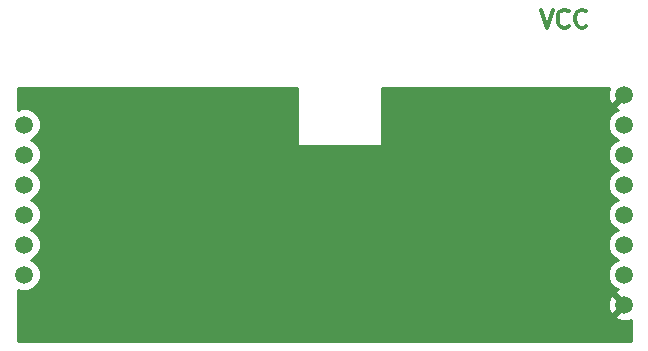
<source format=gbl>
G04 #@! TF.FileFunction,Copper,L2,Bot,Signal*
%FSLAX46Y46*%
G04 Gerber Fmt 4.6, Leading zero omitted, Abs format (unit mm)*
G04 Created by KiCad (PCBNEW 4.0.7) date 01/22/18 17:36:01*
%MOMM*%
%LPD*%
G01*
G04 APERTURE LIST*
%ADD10C,0.100000*%
%ADD11C,0.300000*%
%ADD12C,1.506220*%
%ADD13C,0.254000*%
G04 APERTURE END LIST*
D10*
D11*
X165640000Y-93158571D02*
X166140000Y-94658571D01*
X166640000Y-93158571D01*
X167997143Y-94515714D02*
X167925714Y-94587143D01*
X167711428Y-94658571D01*
X167568571Y-94658571D01*
X167354286Y-94587143D01*
X167211428Y-94444286D01*
X167140000Y-94301429D01*
X167068571Y-94015714D01*
X167068571Y-93801429D01*
X167140000Y-93515714D01*
X167211428Y-93372857D01*
X167354286Y-93230000D01*
X167568571Y-93158571D01*
X167711428Y-93158571D01*
X167925714Y-93230000D01*
X167997143Y-93301429D01*
X169497143Y-94515714D02*
X169425714Y-94587143D01*
X169211428Y-94658571D01*
X169068571Y-94658571D01*
X168854286Y-94587143D01*
X168711428Y-94444286D01*
X168640000Y-94301429D01*
X168568571Y-94015714D01*
X168568571Y-93801429D01*
X168640000Y-93515714D01*
X168711428Y-93372857D01*
X168854286Y-93230000D01*
X169068571Y-93158571D01*
X169211428Y-93158571D01*
X169425714Y-93230000D01*
X169497143Y-93301429D01*
D12*
X121920000Y-102870000D03*
X121920000Y-105410000D03*
X121920000Y-107950000D03*
X121920000Y-110490000D03*
X121920000Y-113030000D03*
X121920000Y-115570000D03*
X172720000Y-100330000D03*
X172720000Y-102870000D03*
X172720000Y-105410000D03*
X172720000Y-107950000D03*
X172720000Y-110490000D03*
X172720000Y-113030000D03*
X172720000Y-115570000D03*
X172720000Y-118110000D03*
D13*
G36*
X145008600Y-104546400D02*
X145017285Y-104592559D01*
X145044565Y-104634953D01*
X145086190Y-104663394D01*
X145135600Y-104673400D01*
X152044400Y-104673400D01*
X152090559Y-104664715D01*
X152132953Y-104637435D01*
X152161394Y-104595810D01*
X152171400Y-104546400D01*
X152171400Y-99770000D01*
X171445923Y-99770000D01*
X171319704Y-100124428D01*
X171347627Y-100675946D01*
X171504965Y-101055793D01*
X171746228Y-101124166D01*
X172540395Y-100330000D01*
X172526252Y-100315858D01*
X172705858Y-100136253D01*
X172720000Y-100150395D01*
X172734143Y-100136253D01*
X172913748Y-100315858D01*
X172899605Y-100330000D01*
X172913748Y-100344143D01*
X172734142Y-100523748D01*
X172720000Y-100509605D01*
X171925834Y-101303772D01*
X171994207Y-101545035D01*
X172153985Y-101601935D01*
X171934726Y-101692531D01*
X171543904Y-102082672D01*
X171332131Y-102592676D01*
X171331649Y-103144901D01*
X171542531Y-103655274D01*
X171932672Y-104046096D01*
X172158743Y-104139969D01*
X171934726Y-104232531D01*
X171543904Y-104622672D01*
X171332131Y-105132676D01*
X171331649Y-105684901D01*
X171542531Y-106195274D01*
X171932672Y-106586096D01*
X172158743Y-106679969D01*
X171934726Y-106772531D01*
X171543904Y-107162672D01*
X171332131Y-107672676D01*
X171331649Y-108224901D01*
X171542531Y-108735274D01*
X171932672Y-109126096D01*
X172158743Y-109219969D01*
X171934726Y-109312531D01*
X171543904Y-109702672D01*
X171332131Y-110212676D01*
X171331649Y-110764901D01*
X171542531Y-111275274D01*
X171932672Y-111666096D01*
X172158743Y-111759969D01*
X171934726Y-111852531D01*
X171543904Y-112242672D01*
X171332131Y-112752676D01*
X171331649Y-113304901D01*
X171542531Y-113815274D01*
X171932672Y-114206096D01*
X172158743Y-114299969D01*
X171934726Y-114392531D01*
X171543904Y-114782672D01*
X171332131Y-115292676D01*
X171331649Y-115844901D01*
X171542531Y-116355274D01*
X171932672Y-116746096D01*
X172142880Y-116833382D01*
X171994207Y-116894965D01*
X171925834Y-117136228D01*
X172720000Y-117930395D01*
X172734142Y-117916252D01*
X172913748Y-118095858D01*
X172899605Y-118110000D01*
X172913748Y-118124143D01*
X172734142Y-118303748D01*
X172720000Y-118289605D01*
X171925834Y-119083772D01*
X171994207Y-119325035D01*
X172514428Y-119510296D01*
X173065946Y-119482373D01*
X173280000Y-119393709D01*
X173280000Y-121210000D01*
X121360000Y-121210000D01*
X121360000Y-117904428D01*
X171319704Y-117904428D01*
X171347627Y-118455946D01*
X171504965Y-118835793D01*
X171746228Y-118904166D01*
X172540395Y-118110000D01*
X171746228Y-117315834D01*
X171504965Y-117384207D01*
X171319704Y-117904428D01*
X121360000Y-117904428D01*
X121360000Y-116840491D01*
X121642676Y-116957869D01*
X122194901Y-116958351D01*
X122705274Y-116747469D01*
X123096096Y-116357328D01*
X123307869Y-115847324D01*
X123308351Y-115295099D01*
X123097469Y-114784726D01*
X122707328Y-114393904D01*
X122481257Y-114300031D01*
X122705274Y-114207469D01*
X123096096Y-113817328D01*
X123307869Y-113307324D01*
X123308351Y-112755099D01*
X123097469Y-112244726D01*
X122707328Y-111853904D01*
X122481257Y-111760031D01*
X122705274Y-111667469D01*
X123096096Y-111277328D01*
X123307869Y-110767324D01*
X123308351Y-110215099D01*
X123097469Y-109704726D01*
X122707328Y-109313904D01*
X122481257Y-109220031D01*
X122705274Y-109127469D01*
X123096096Y-108737328D01*
X123307869Y-108227324D01*
X123308351Y-107675099D01*
X123097469Y-107164726D01*
X122707328Y-106773904D01*
X122481257Y-106680031D01*
X122705274Y-106587469D01*
X123096096Y-106197328D01*
X123307869Y-105687324D01*
X123308351Y-105135099D01*
X123097469Y-104624726D01*
X122707328Y-104233904D01*
X122481257Y-104140031D01*
X122705274Y-104047469D01*
X123096096Y-103657328D01*
X123307869Y-103147324D01*
X123308351Y-102595099D01*
X123097469Y-102084726D01*
X122707328Y-101693904D01*
X122197324Y-101482131D01*
X121645099Y-101481649D01*
X121360000Y-101599450D01*
X121360000Y-99770000D01*
X145008600Y-99770000D01*
X145008600Y-104546400D01*
X145008600Y-104546400D01*
G37*
X145008600Y-104546400D02*
X145017285Y-104592559D01*
X145044565Y-104634953D01*
X145086190Y-104663394D01*
X145135600Y-104673400D01*
X152044400Y-104673400D01*
X152090559Y-104664715D01*
X152132953Y-104637435D01*
X152161394Y-104595810D01*
X152171400Y-104546400D01*
X152171400Y-99770000D01*
X171445923Y-99770000D01*
X171319704Y-100124428D01*
X171347627Y-100675946D01*
X171504965Y-101055793D01*
X171746228Y-101124166D01*
X172540395Y-100330000D01*
X172526252Y-100315858D01*
X172705858Y-100136253D01*
X172720000Y-100150395D01*
X172734143Y-100136253D01*
X172913748Y-100315858D01*
X172899605Y-100330000D01*
X172913748Y-100344143D01*
X172734142Y-100523748D01*
X172720000Y-100509605D01*
X171925834Y-101303772D01*
X171994207Y-101545035D01*
X172153985Y-101601935D01*
X171934726Y-101692531D01*
X171543904Y-102082672D01*
X171332131Y-102592676D01*
X171331649Y-103144901D01*
X171542531Y-103655274D01*
X171932672Y-104046096D01*
X172158743Y-104139969D01*
X171934726Y-104232531D01*
X171543904Y-104622672D01*
X171332131Y-105132676D01*
X171331649Y-105684901D01*
X171542531Y-106195274D01*
X171932672Y-106586096D01*
X172158743Y-106679969D01*
X171934726Y-106772531D01*
X171543904Y-107162672D01*
X171332131Y-107672676D01*
X171331649Y-108224901D01*
X171542531Y-108735274D01*
X171932672Y-109126096D01*
X172158743Y-109219969D01*
X171934726Y-109312531D01*
X171543904Y-109702672D01*
X171332131Y-110212676D01*
X171331649Y-110764901D01*
X171542531Y-111275274D01*
X171932672Y-111666096D01*
X172158743Y-111759969D01*
X171934726Y-111852531D01*
X171543904Y-112242672D01*
X171332131Y-112752676D01*
X171331649Y-113304901D01*
X171542531Y-113815274D01*
X171932672Y-114206096D01*
X172158743Y-114299969D01*
X171934726Y-114392531D01*
X171543904Y-114782672D01*
X171332131Y-115292676D01*
X171331649Y-115844901D01*
X171542531Y-116355274D01*
X171932672Y-116746096D01*
X172142880Y-116833382D01*
X171994207Y-116894965D01*
X171925834Y-117136228D01*
X172720000Y-117930395D01*
X172734142Y-117916252D01*
X172913748Y-118095858D01*
X172899605Y-118110000D01*
X172913748Y-118124143D01*
X172734142Y-118303748D01*
X172720000Y-118289605D01*
X171925834Y-119083772D01*
X171994207Y-119325035D01*
X172514428Y-119510296D01*
X173065946Y-119482373D01*
X173280000Y-119393709D01*
X173280000Y-121210000D01*
X121360000Y-121210000D01*
X121360000Y-117904428D01*
X171319704Y-117904428D01*
X171347627Y-118455946D01*
X171504965Y-118835793D01*
X171746228Y-118904166D01*
X172540395Y-118110000D01*
X171746228Y-117315834D01*
X171504965Y-117384207D01*
X171319704Y-117904428D01*
X121360000Y-117904428D01*
X121360000Y-116840491D01*
X121642676Y-116957869D01*
X122194901Y-116958351D01*
X122705274Y-116747469D01*
X123096096Y-116357328D01*
X123307869Y-115847324D01*
X123308351Y-115295099D01*
X123097469Y-114784726D01*
X122707328Y-114393904D01*
X122481257Y-114300031D01*
X122705274Y-114207469D01*
X123096096Y-113817328D01*
X123307869Y-113307324D01*
X123308351Y-112755099D01*
X123097469Y-112244726D01*
X122707328Y-111853904D01*
X122481257Y-111760031D01*
X122705274Y-111667469D01*
X123096096Y-111277328D01*
X123307869Y-110767324D01*
X123308351Y-110215099D01*
X123097469Y-109704726D01*
X122707328Y-109313904D01*
X122481257Y-109220031D01*
X122705274Y-109127469D01*
X123096096Y-108737328D01*
X123307869Y-108227324D01*
X123308351Y-107675099D01*
X123097469Y-107164726D01*
X122707328Y-106773904D01*
X122481257Y-106680031D01*
X122705274Y-106587469D01*
X123096096Y-106197328D01*
X123307869Y-105687324D01*
X123308351Y-105135099D01*
X123097469Y-104624726D01*
X122707328Y-104233904D01*
X122481257Y-104140031D01*
X122705274Y-104047469D01*
X123096096Y-103657328D01*
X123307869Y-103147324D01*
X123308351Y-102595099D01*
X123097469Y-102084726D01*
X122707328Y-101693904D01*
X122197324Y-101482131D01*
X121645099Y-101481649D01*
X121360000Y-101599450D01*
X121360000Y-99770000D01*
X145008600Y-99770000D01*
X145008600Y-104546400D01*
M02*

</source>
